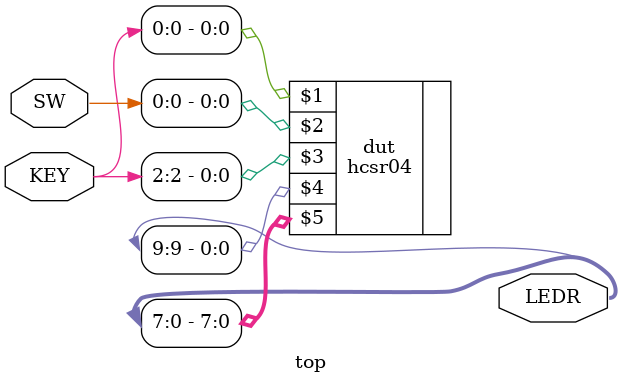
<source format=v>
module top (SW, KEY, LEDR);

    input wire [9:0] SW;        // DE-series switches
    input wire [3:0] KEY;       // DE-series pushbuttons

    output wire [9:0] LEDR;     // DE-series LEDs   

    hcsr04 dut (KEY[0], SW[0], KEY[2], LEDR[9], LEDR[7:0]);
 
endmodule


</source>
